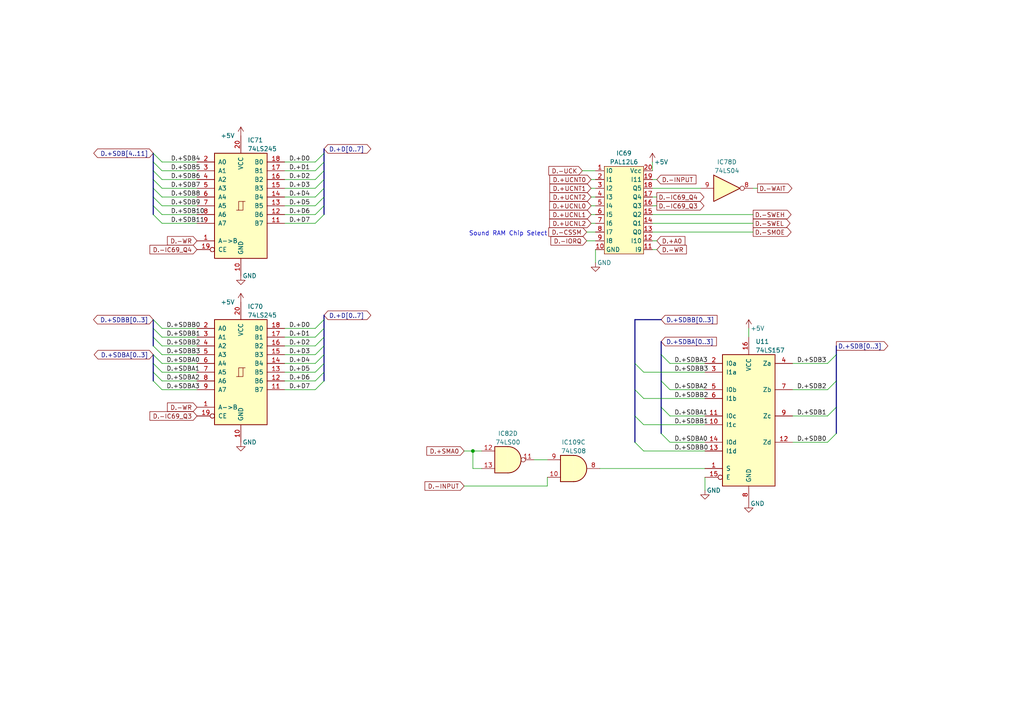
<source format=kicad_sch>
(kicad_sch (version 20230121) (generator eeschema)
  (paper "A4")
  (lib_symbols
    (symbol "74xx:74LS00" (pin_names (offset 1.016))
      (property "Reference" "U" (at 0 1.27 0))
      (property "Value" "74LS00" (at 0 -1.27 0))
      (symbol "74LS00_1_1"
        (arc (start 0 -3.81) (mid 3.7934 0) (end 0 3.81) (stroke (width 0.254)) (fill (type background)))
        (polyline (pts (xy 0 3.81) (xy -3.81 3.81) (xy -3.81 -3.81) (xy 0 -3.81)) (stroke (width 0.254)) (fill (type background)))
        (pin input line (at -7.62 2.54 0) (length 3.81) (name "~") (number "1"))
        (pin input line (at -7.62 -2.54 0) (length 3.81) (name "~") (number "2"))
        (pin output inverted (at 7.62 0 180) (length 3.81) (name "~") (number "3"))
      )
      (symbol "74LS00_1_2"
        (arc (start -3.81 -3.81) (mid -2.589 0) (end -3.81 3.81) (stroke (width 0.254)))
        (arc (start -0.6096 -3.81) (mid 2.1842 -2.5851) (end 3.81 0) (stroke (width 0.254)) (fill (type background)))
        (polyline (pts (xy -3.81 -3.81) (xy -0.635 -3.81)) (stroke (width 0.254)) (fill (type background)))
        (polyline (pts (xy -3.81 3.81) (xy -0.635 3.81)) (stroke (width 0.254)) (fill (type background)))
        (polyline (pts (xy -0.635 3.81) (xy -3.81 3.81) (xy -3.81 3.81) (xy -3.556 3.4036) (xy -3.0226 2.2606) (xy -2.6924 1.0414) (xy -2.6162 -0.254) (xy -2.7686 -1.4986) (xy -3.175 -2.7178) (xy -3.81 -3.81) (xy -3.81 -3.81) (xy -0.635 -3.81)) (stroke (width -25.4)) (fill (type background)))
        (arc (start 3.81 0) (mid 2.1915 2.5936) (end -0.6096 3.81) (stroke (width 0.254)) (fill (type background)))
        (pin input inverted (at -7.62 2.54 0) (length 4.318) (name "~") (number "1"))
        (pin input inverted (at -7.62 -2.54 0) (length 4.318) (name "~") (number "2"))
        (pin output line (at 7.62 0 180) (length 3.81) (name "~") (number "3"))
      )
      (symbol "74LS00_2_1"
        (arc (start 0 -3.81) (mid 3.7934 0) (end 0 3.81) (stroke (width 0.254)) (fill (type background)))
        (polyline (pts (xy 0 3.81) (xy -3.81 3.81) (xy -3.81 -3.81) (xy 0 -3.81)) (stroke (width 0.254)) (fill (type background)))
        (pin input line (at -7.62 2.54 0) (length 3.81) (name "~") (number "4"))
        (pin input line (at -7.62 -2.54 0) (length 3.81) (name "~") (number "5"))
        (pin output inverted (at 7.62 0 180) (length 3.81) (name "~") (number "6"))
      )
      (symbol "74LS00_2_2"
        (arc (start -3.81 -3.81) (mid -2.589 0) (end -3.81 3.81) (stroke (width 0.254)))
        (arc (start -0.6096 -3.81) (mid 2.1842 -2.5851) (end 3.81 0) (stroke (width 0.254)) (fill (type background)))
        (polyline (pts (xy -3.81 -3.81) (xy -0.635 -3.81)) (stroke (width 0.254)) (fill (type background)))
        (polyline (pts (xy -3.81 3.81) (xy -0.635 3.81)) (stroke (width 0.254)) (fill (type background)))
        (polyline (pts (xy -0.635 3.81) (xy -3.81 3.81) (xy -3.81 3.81) (xy -3.556 3.4036) (xy -3.0226 2.2606) (xy -2.6924 1.0414) (xy -2.6162 -0.254) (xy -2.7686 -1.4986) (xy -3.175 -2.7178) (xy -3.81 -3.81) (xy -3.81 -3.81) (xy -0.635 -3.81)) (stroke (width -25.4)) (fill (type background)))
        (arc (start 3.81 0) (mid 2.1915 2.5936) (end -0.6096 3.81) (stroke (width 0.254)) (fill (type background)))
        (pin input inverted (at -7.62 2.54 0) (length 4.318) (name "~") (number "4"))
        (pin input inverted (at -7.62 -2.54 0) (length 4.318) (name "~") (number "5"))
        (pin output line (at 7.62 0 180) (length 3.81) (name "~") (number "6"))
      )
      (symbol "74LS00_3_1"
        (arc (start 0 -3.81) (mid 3.7934 0) (end 0 3.81) (stroke (width 0.254)) (fill (type background)))
        (polyline (pts (xy 0 3.81) (xy -3.81 3.81) (xy -3.81 -3.81) (xy 0 -3.81)) (stroke (width 0.254)) (fill (type background)))
        (pin input line (at -7.62 -2.54 0) (length 3.81) (name "~") (number "10"))
        (pin output inverted (at 7.62 0 180) (length 3.81) (name "~") (number "8"))
        (pin input line (at -7.62 2.54 0) (length 3.81) (name "~") (number "9"))
      )
      (symbol "74LS00_3_2"
        (arc (start -3.81 -3.81) (mid -2.589 0) (end -3.81 3.81) (stroke (width 0.254)))
        (arc (start -0.6096 -3.81) (mid 2.1842 -2.5851) (end 3.81 0) (stroke (width 0.254)) (fill (type background)))
        (polyline (pts (xy -3.81 -3.81) (xy -0.635 -3.81)) (stroke (width 0.254)) (fill (type background)))
        (polyline (pts (xy -3.81 3.81) (xy -0.635 3.81)) (stroke (width 0.254)) (fill (type background)))
        (polyline (pts (xy -0.635 3.81) (xy -3.81 3.81) (xy -3.81 3.81) (xy -3.556 3.4036) (xy -3.0226 2.2606) (xy -2.6924 1.0414) (xy -2.6162 -0.254) (xy -2.7686 -1.4986) (xy -3.175 -2.7178) (xy -3.81 -3.81) (xy -3.81 -3.81) (xy -0.635 -3.81)) (stroke (width -25.4)) (fill (type background)))
        (arc (start 3.81 0) (mid 2.1915 2.5936) (end -0.6096 3.81) (stroke (width 0.254)) (fill (type background)))
        (pin input inverted (at -7.62 -2.54 0) (length 4.318) (name "~") (number "10"))
        (pin output line (at 7.62 0 180) (length 3.81) (name "~") (number "8"))
        (pin input inverted (at -7.62 2.54 0) (length 4.318) (name "~") (number "9"))
      )
      (symbol "74LS00_4_1"
        (arc (start 0 -3.81) (mid 3.7934 0) (end 0 3.81) (stroke (width 0.254)) (fill (type background)))
        (polyline (pts (xy 0 3.81) (xy -3.81 3.81) (xy -3.81 -3.81) (xy 0 -3.81)) (stroke (width 0.254)) (fill (type background)))
        (pin output inverted (at 7.62 0 180) (length 3.81) (name "~") (number "11"))
        (pin input line (at -7.62 2.54 0) (length 3.81) (name "~") (number "12"))
        (pin input line (at -7.62 -2.54 0) (length 3.81) (name "~") (number "13"))
      )
      (symbol "74LS00_4_2"
        (arc (start -3.81 -3.81) (mid -2.589 0) (end -3.81 3.81) (stroke (width 0.254)))
        (arc (start -0.6096 -3.81) (mid 2.1842 -2.5851) (end 3.81 0) (stroke (width 0.254)) (fill (type background)))
        (polyline (pts (xy -3.81 -3.81) (xy -0.635 -3.81)) (stroke (width 0.254)) (fill (type background)))
        (polyline (pts (xy -3.81 3.81) (xy -0.635 3.81)) (stroke (width 0.254)) (fill (type background)))
        (polyline (pts (xy -0.635 3.81) (xy -3.81 3.81) (xy -3.81 3.81) (xy -3.556 3.4036) (xy -3.0226 2.2606) (xy -2.6924 1.0414) (xy -2.6162 -0.254) (xy -2.7686 -1.4986) (xy -3.175 -2.7178) (xy -3.81 -3.81) (xy -3.81 -3.81) (xy -0.635 -3.81)) (stroke (width -25.4)) (fill (type background)))
        (arc (start 3.81 0) (mid 2.1915 2.5936) (end -0.6096 3.81) (stroke (width 0.254)) (fill (type background)))
        (pin output line (at 7.62 0 180) (length 3.81) (name "~") (number "11"))
        (pin input inverted (at -7.62 2.54 0) (length 4.318) (name "~") (number "12"))
        (pin input inverted (at -7.62 -2.54 0) (length 4.318) (name "~") (number "13"))
      )
      (symbol "74LS00_5_0"
        (pin power_in line (at 0 12.7 270) (length 5.08) (name "VCC") (number "14"))
        (pin power_in line (at 0 -12.7 90) (length 5.08) (name "GND") (number "7"))
      )
      (symbol "74LS00_5_1"
        (rectangle (start -5.08 7.62) (end 5.08 -7.62) (stroke (width 0.254)) (fill (type background)))
      )
    )
    (symbol "74xx:74LS04"
      (property "Reference" "U" (at 0 1.27 0))
      (property "Value" "74LS04" (at 0 -1.27 0))
      (symbol "74LS04_1_0"
        (polyline (pts (xy -3.81 3.81) (xy -3.81 -3.81) (xy 3.81 0) (xy -3.81 3.81)) (stroke (width 0.254)) (fill (type background)))
        (pin input line (at -7.62 0 0) (length 3.81) (name "~") (number "1"))
        (pin output inverted (at 7.62 0 180) (length 3.81) (name "~") (number "2"))
      )
      (symbol "74LS04_2_0"
        (polyline (pts (xy -3.81 3.81) (xy -3.81 -3.81) (xy 3.81 0) (xy -3.81 3.81)) (stroke (width 0.254)) (fill (type background)))
        (pin input line (at -7.62 0 0) (length 3.81) (name "~") (number "3"))
        (pin output inverted (at 7.62 0 180) (length 3.81) (name "~") (number "4"))
      )
      (symbol "74LS04_3_0"
        (polyline (pts (xy -3.81 3.81) (xy -3.81 -3.81) (xy 3.81 0) (xy -3.81 3.81)) (stroke (width 0.254)) (fill (type background)))
        (pin input line (at -7.62 0 0) (length 3.81) (name "~") (number "5"))
        (pin output inverted (at 7.62 0 180) (length 3.81) (name "~") (number "6"))
      )
      (symbol "74LS04_4_0"
        (polyline (pts (xy -3.81 3.81) (xy -3.81 -3.81) (xy 3.81 0) (xy -3.81 3.81)) (stroke (width 0.254)) (fill (type background)))
        (pin output inverted (at 7.62 0 180) (length 3.81) (name "~") (number "8"))
        (pin input line (at -7.62 0 0) (length 3.81) (name "~") (number "9"))
      )
      (symbol "74LS04_5_0"
        (polyline (pts (xy -3.81 3.81) (xy -3.81 -3.81) (xy 3.81 0) (xy -3.81 3.81)) (stroke (width 0.254)) (fill (type background)))
        (pin output inverted (at 7.62 0 180) (length 3.81) (name "~") (number "10"))
        (pin input line (at -7.62 0 0) (length 3.81) (name "~") (number "11"))
      )
      (symbol "74LS04_6_0"
        (polyline (pts (xy -3.81 3.81) (xy -3.81 -3.81) (xy 3.81 0) (xy -3.81 3.81)) (stroke (width 0.254)) (fill (type background)))
        (pin output inverted (at 7.62 0 180) (length 3.81) (name "~") (number "12"))
        (pin input line (at -7.62 0 0) (length 3.81) (name "~") (number "13"))
      )
      (symbol "74LS04_7_0"
        (pin power_in line (at 0 12.7 270) (length 5.08) (name "VCC") (number "14"))
        (pin power_in line (at 0 -12.7 90) (length 5.08) (name "GND") (number "7"))
      )
      (symbol "74LS04_7_1"
        (rectangle (start -5.08 7.62) (end 5.08 -7.62) (stroke (width 0.254)) (fill (type background)))
      )
    )
    (symbol "74xx:74LS08" (pin_names (offset 1.016))
      (property "Reference" "U" (at 0 1.27 0))
      (property "Value" "74LS08" (at 0 -1.27 0))
      (symbol "74LS08_1_1"
        (arc (start 0 -3.81) (mid 3.7934 0) (end 0 3.81) (stroke (width 0.254)) (fill (type background)))
        (polyline (pts (xy 0 3.81) (xy -3.81 3.81) (xy -3.81 -3.81) (xy 0 -3.81)) (stroke (width 0.254)) (fill (type background)))
        (pin input line (at -7.62 2.54 0) (length 3.81) (name "~") (number "1"))
        (pin input line (at -7.62 -2.54 0) (length 3.81) (name "~") (number "2"))
        (pin output line (at 7.62 0 180) (length 3.81) (name "~") (number "3"))
      )
      (symbol "74LS08_1_2"
        (arc (start -3.81 -3.81) (mid -2.589 0) (end -3.81 3.81) (stroke (width 0.254)))
        (arc (start -0.6096 -3.81) (mid 2.1842 -2.5851) (end 3.81 0) (stroke (width 0.254)) (fill (type background)))
        (polyline (pts (xy -3.81 -3.81) (xy -0.635 -3.81)) (stroke (width 0.254)) (fill (type background)))
        (polyline (pts (xy -3.81 3.81) (xy -0.635 3.81)) (stroke (width 0.254)) (fill (type background)))
        (polyline (pts (xy -0.635 3.81) (xy -3.81 3.81) (xy -3.81 3.81) (xy -3.556 3.4036) (xy -3.0226 2.2606) (xy -2.6924 1.0414) (xy -2.6162 -0.254) (xy -2.7686 -1.4986) (xy -3.175 -2.7178) (xy -3.81 -3.81) (xy -3.81 -3.81) (xy -0.635 -3.81)) (stroke (width -25.4)) (fill (type background)))
        (arc (start 3.81 0) (mid 2.1915 2.5936) (end -0.6096 3.81) (stroke (width 0.254)) (fill (type background)))
        (pin input inverted (at -7.62 2.54 0) (length 4.318) (name "~") (number "1"))
        (pin input inverted (at -7.62 -2.54 0) (length 4.318) (name "~") (number "2"))
        (pin output inverted (at 7.62 0 180) (length 3.81) (name "~") (number "3"))
      )
      (symbol "74LS08_2_1"
        (arc (start 0 -3.81) (mid 3.7934 0) (end 0 3.81) (stroke (width 0.254)) (fill (type background)))
        (polyline (pts (xy 0 3.81) (xy -3.81 3.81) (xy -3.81 -3.81) (xy 0 -3.81)) (stroke (width 0.254)) (fill (type background)))
        (pin input line (at -7.62 2.54 0) (length 3.81) (name "~") (number "4"))
        (pin input line (at -7.62 -2.54 0) (length 3.81) (name "~") (number "5"))
        (pin output line (at 7.62 0 180) (length 3.81) (name "~") (number "6"))
      )
      (symbol "74LS08_2_2"
        (arc (start -3.81 -3.81) (mid -2.589 0) (end -3.81 3.81) (stroke (width 0.254)))
        (arc (start -0.6096 -3.81) (mid 2.1842 -2.5851) (end 3.81 0) (stroke (width 0.254)) (fill (type background)))
        (polyline (pts (xy -3.81 -3.81) (xy -0.635 -3.81)) (stroke (width 0.254)) (fill (type background)))
        (polyline (pts (xy -3.81 3.81) (xy -0.635 3.81)) (stroke (width 0.254)) (fill (type background)))
        (polyline (pts (xy -0.635 3.81) (xy -3.81 3.81) (xy -3.81 3.81) (xy -3.556 3.4036) (xy -3.0226 2.2606) (xy -2.6924 1.0414) (xy -2.6162 -0.254) (xy -2.7686 -1.4986) (xy -3.175 -2.7178) (xy -3.81 -3.81) (xy -3.81 -3.81) (xy -0.635 -3.81)) (stroke (width -25.4)) (fill (type background)))
        (arc (start 3.81 0) (mid 2.1915 2.5936) (end -0.6096 3.81) (stroke (width 0.254)) (fill (type background)))
        (pin input inverted (at -7.62 2.54 0) (length 4.318) (name "~") (number "4"))
        (pin input inverted (at -7.62 -2.54 0) (length 4.318) (name "~") (number "5"))
        (pin output inverted (at 7.62 0 180) (length 3.81) (name "~") (number "6"))
      )
      (symbol "74LS08_3_1"
        (arc (start 0 -3.81) (mid 3.7934 0) (end 0 3.81) (stroke (width 0.254)) (fill (type background)))
        (polyline (pts (xy 0 3.81) (xy -3.81 3.81) (xy -3.81 -3.81) (xy 0 -3.81)) (stroke (width 0.254)) (fill (type background)))
        (pin input line (at -7.62 -2.54 0) (length 3.81) (name "~") (number "10"))
        (pin output line (at 7.62 0 180) (length 3.81) (name "~") (number "8"))
        (pin input line (at -7.62 2.54 0) (length 3.81) (name "~") (number "9"))
      )
      (symbol "74LS08_3_2"
        (arc (start -3.81 -3.81) (mid -2.589 0) (end -3.81 3.81) (stroke (width 0.254)))
        (arc (start -0.6096 -3.81) (mid 2.1842 -2.5851) (end 3.81 0) (stroke (width 0.254)) (fill (type background)))
        (polyline (pts (xy -3.81 -3.81) (xy -0.635 -3.81)) (stroke (width 0.254)) (fill (type background)))
        (polyline (pts (xy -3.81 3.81) (xy -0.635 3.81)) (stroke (width 0.254)) (fill (type background)))
        (polyline (pts (xy -0.635 3.81) (xy -3.81 3.81) (xy -3.81 3.81) (xy -3.556 3.4036) (xy -3.0226 2.2606) (xy -2.6924 1.0414) (xy -2.6162 -0.254) (xy -2.7686 -1.4986) (xy -3.175 -2.7178) (xy -3.81 -3.81) (xy -3.81 -3.81) (xy -0.635 -3.81)) (stroke (width -25.4)) (fill (type background)))
        (arc (start 3.81 0) (mid 2.1915 2.5936) (end -0.6096 3.81) (stroke (width 0.254)) (fill (type background)))
        (pin input inverted (at -7.62 -2.54 0) (length 4.318) (name "~") (number "10"))
        (pin output inverted (at 7.62 0 180) (length 3.81) (name "~") (number "8"))
        (pin input inverted (at -7.62 2.54 0) (length 4.318) (name "~") (number "9"))
      )
      (symbol "74LS08_4_1"
        (arc (start 0 -3.81) (mid 3.7934 0) (end 0 3.81) (stroke (width 0.254)) (fill (type background)))
        (polyline (pts (xy 0 3.81) (xy -3.81 3.81) (xy -3.81 -3.81) (xy 0 -3.81)) (stroke (width 0.254)) (fill (type background)))
        (pin output line (at 7.62 0 180) (length 3.81) (name "~") (number "11"))
        (pin input line (at -7.62 2.54 0) (length 3.81) (name "~") (number "12"))
        (pin input line (at -7.62 -2.54 0) (length 3.81) (name "~") (number "13"))
      )
      (symbol "74LS08_4_2"
        (arc (start -3.81 -3.81) (mid -2.589 0) (end -3.81 3.81) (stroke (width 0.254)))
        (arc (start -0.6096 -3.81) (mid 2.1842 -2.5851) (end 3.81 0) (stroke (width 0.254)) (fill (type background)))
        (polyline (pts (xy -3.81 -3.81) (xy -0.635 -3.81)) (stroke (width 0.254)) (fill (type background)))
        (polyline (pts (xy -3.81 3.81) (xy -0.635 3.81)) (stroke (width 0.254)) (fill (type background)))
        (polyline (pts (xy -0.635 3.81) (xy -3.81 3.81) (xy -3.81 3.81) (xy -3.556 3.4036) (xy -3.0226 2.2606) (xy -2.6924 1.0414) (xy -2.6162 -0.254) (xy -2.7686 -1.4986) (xy -3.175 -2.7178) (xy -3.81 -3.81) (xy -3.81 -3.81) (xy -0.635 -3.81)) (stroke (width -25.4)) (fill (type background)))
        (arc (start 3.81 0) (mid 2.1915 2.5936) (end -0.6096 3.81) (stroke (width 0.254)) (fill (type background)))
        (pin output inverted (at 7.62 0 180) (length 3.81) (name "~") (number "11"))
        (pin input inverted (at -7.62 2.54 0) (length 4.318) (name "~") (number "12"))
        (pin input inverted (at -7.62 -2.54 0) (length 4.318) (name "~") (number "13"))
      )
      (symbol "74LS08_5_0"
        (pin power_in line (at 0 12.7 270) (length 5.08) (name "VCC") (number "14"))
        (pin power_in line (at 0 -12.7 90) (length 5.08) (name "GND") (number "7"))
      )
      (symbol "74LS08_5_1"
        (rectangle (start -5.08 7.62) (end 5.08 -7.62) (stroke (width 0.254)) (fill (type background)))
      )
    )
    (symbol "74xx:74LS157" (pin_names (offset 1.016))
      (property "Reference" "U" (at -7.62 19.05 0))
      (property "Value" "74LS157" (at -7.62 -21.59 0))
      (symbol "74LS157_1_0"
        (pin input line (at -12.7 -15.24 0) (length 5.08) (name "S") (number "1"))
        (pin input line (at -12.7 -2.54 0) (length 5.08) (name "I1c") (number "10"))
        (pin input line (at -12.7 0 0) (length 5.08) (name "I0c") (number "11"))
        (pin output line (at 12.7 -7.62 180) (length 5.08) (name "Zd") (number "12"))
        (pin input line (at -12.7 -10.16 0) (length 5.08) (name "I1d") (number "13"))
        (pin input line (at -12.7 -7.62 0) (length 5.08) (name "I0d") (number "14"))
        (pin input inverted (at -12.7 -17.78 0) (length 5.08) (name "E") (number "15"))
        (pin power_in line (at 0 22.86 270) (length 5.08) (name "VCC") (number "16"))
        (pin input line (at -12.7 15.24 0) (length 5.08) (name "I0a") (number "2"))
        (pin input line (at -12.7 12.7 0) (length 5.08) (name "I1a") (number "3"))
        (pin output line (at 12.7 15.24 180) (length 5.08) (name "Za") (number "4"))
        (pin input line (at -12.7 7.62 0) (length 5.08) (name "I0b") (number "5"))
        (pin input line (at -12.7 5.08 0) (length 5.08) (name "I1b") (number "6"))
        (pin output line (at 12.7 7.62 180) (length 5.08) (name "Zb") (number "7"))
        (pin power_in line (at 0 -25.4 90) (length 5.08) (name "GND") (number "8"))
        (pin output line (at 12.7 0 180) (length 5.08) (name "Zc") (number "9"))
      )
      (symbol "74LS157_1_1"
        (rectangle (start -7.62 17.78) (end 7.62 -20.32) (stroke (width 0.254)) (fill (type background)))
      )
    )
    (symbol "74xx:74LS245" (pin_names (offset 1.016))
      (property "Reference" "U" (at -7.62 16.51 0))
      (property "Value" "74LS245" (at -7.62 -16.51 0))
      (symbol "74LS245_1_0"
        (polyline (pts (xy -0.635 -1.27) (xy -0.635 1.27) (xy 0.635 1.27)))
        (polyline (pts (xy -1.27 -1.27) (xy 0.635 -1.27) (xy 0.635 1.27) (xy 1.27 1.27)))
        (pin input line (at -12.7 -10.16 0) (length 5.08) (name "A->B") (number "1"))
        (pin power_in line (at 0 -20.32 90) (length 5.08) (name "GND") (number "10"))
        (pin tri_state line (at 12.7 -5.08 180) (length 5.08) (name "B7") (number "11"))
        (pin tri_state line (at 12.7 -2.54 180) (length 5.08) (name "B6") (number "12"))
        (pin tri_state line (at 12.7 0 180) (length 5.08) (name "B5") (number "13"))
        (pin tri_state line (at 12.7 2.54 180) (length 5.08) (name "B4") (number "14"))
        (pin tri_state line (at 12.7 5.08 180) (length 5.08) (name "B3") (number "15"))
        (pin tri_state line (at 12.7 7.62 180) (length 5.08) (name "B2") (number "16"))
        (pin tri_state line (at 12.7 10.16 180) (length 5.08) (name "B1") (number "17"))
        (pin tri_state line (at 12.7 12.7 180) (length 5.08) (name "B0") (number "18"))
        (pin input inverted (at -12.7 -12.7 0) (length 5.08) (name "CE") (number "19"))
        (pin tri_state line (at -12.7 12.7 0) (length 5.08) (name "A0") (number "2"))
        (pin power_in line (at 0 20.32 270) (length 5.08) (name "VCC") (number "20"))
        (pin tri_state line (at -12.7 10.16 0) (length 5.08) (name "A1") (number "3"))
        (pin tri_state line (at -12.7 7.62 0) (length 5.08) (name "A2") (number "4"))
        (pin tri_state line (at -12.7 5.08 0) (length 5.08) (name "A3") (number "5"))
        (pin tri_state line (at -12.7 2.54 0) (length 5.08) (name "A4") (number "6"))
        (pin tri_state line (at -12.7 0 0) (length 5.08) (name "A5") (number "7"))
        (pin tri_state line (at -12.7 -2.54 0) (length 5.08) (name "A6") (number "8"))
        (pin tri_state line (at -12.7 -5.08 0) (length 5.08) (name "A7") (number "9"))
      )
      (symbol "74LS245_1_1"
        (rectangle (start -7.62 15.24) (end 7.62 -15.24) (stroke (width 0.254)) (fill (type background)))
      )
    )
    (symbol "SamacSys_Parts:PAL12L6"
      (property "Reference" "U" (at -3.81 3.81 0))
      (property "Value" "PAL12L6" (at 0 1.27 0))
      (symbol "PAL12L6_1_1"
        (rectangle (start -5.08 -1.27) (end 6.35 -26.67) (fill (type background)))
        (pin input line (at -7.62 -2.54 0) (length 2.54) (name "I0") (number "1"))
        (pin power_in line (at -7.62 -25.4 0) (length 2.54) (name "GND") (number "10"))
        (pin input line (at 8.89 -25.4 180) (length 2.54) (name "I9") (number "11"))
        (pin input line (at 8.89 -22.86 180) (length 2.54) (name "I10") (number "12"))
        (pin output line (at 8.89 -20.32 180) (length 2.54) (name "Q0") (number "13"))
        (pin output line (at 8.89 -17.78 180) (length 2.54) (name "Q1") (number "14"))
        (pin output line (at 8.89 -15.24 180) (length 2.54) (name "Q2") (number "15"))
        (pin output line (at 8.89 -12.7 180) (length 2.54) (name "Q3") (number "16"))
        (pin output line (at 8.89 -10.16 180) (length 2.54) (name "Q4") (number "17"))
        (pin output line (at 8.89 -7.62 180) (length 2.54) (name "Q5") (number "18"))
        (pin input line (at 8.89 -5.08 180) (length 2.54) (name "I11") (number "19"))
        (pin input line (at -7.62 -5.08 0) (length 2.54) (name "I1") (number "2"))
        (pin power_in line (at 8.89 -2.54 180) (length 2.54) (name "Vcc") (number "20"))
        (pin input line (at -7.62 -7.62 0) (length 2.54) (name "I2") (number "3"))
        (pin input line (at -7.62 -10.16 0) (length 2.54) (name "I3") (number "4"))
        (pin input line (at -7.62 -12.7 0) (length 2.54) (name "I4") (number "5"))
        (pin input line (at -7.62 -15.24 0) (length 2.54) (name "I5") (number "6"))
        (pin input line (at -7.62 -17.78 0) (length 2.54) (name "I6") (number "7"))
        (pin input line (at -7.62 -20.32 0) (length 2.54) (name "I7") (number "8"))
        (pin input line (at -7.62 -22.86 0) (length 2.54) (name "I8") (number "9"))
      )
    )
    (symbol "power:+5V" (power) (pin_names (offset 0))
      (property "Value" "+5V" (at 0 3.556 0))
      (symbol "+5V_0_1"
        (polyline (pts (xy -0.762 1.27) (xy 0 2.54)))
        (polyline (pts (xy 0 0) (xy 0 2.54)))
        (polyline (pts (xy 0 2.54) (xy 0.762 1.27)))
      )
      (symbol "+5V_1_1"
        (pin power_in line (at 0 0 90) (length 0) hide (name "+5V") (number "1"))
      )
    )
    (symbol "power:GND" (power) (pin_names (offset 0))
      (property "Value" "GND" (at 0 -3.81 0))
      (symbol "GND_0_1"
        (polyline (pts (xy 0 0) (xy 0 -1.27) (xy 1.27 -1.27) (xy 0 -2.54) (xy -1.27 -1.27) (xy 0 -1.27)))
      )
      (symbol "GND_1_1"
        (pin power_in line (at 0 0 270) (length 0) hide (name "GND") (number "1"))
      )
    )
  )
  (junction (at 137.16 130.81))
  (bus_entry (at 91.44 59.69) (size 2.54 -2.54))
  (bus_entry (at 91.44 62.23) (size 2.54 -2.54))
  (bus_entry (at 91.44 54.61) (size 2.54 -2.54))
  (bus_entry (at 44.45 62.23) (size 2.54 2.54))
  (bus_entry (at 191.77 125.73) (size 2.54 2.54))
  (bus_entry (at 44.45 57.15) (size 2.54 2.54))
  (bus_entry (at 240.03 113.03) (size 2.54 -2.54))
  (bus_entry (at 44.45 44.45) (size 2.54 2.54))
  (bus_entry (at 44.45 52.07) (size 2.54 2.54))
  (bus_entry (at 91.44 49.53) (size 2.54 -2.54))
  (bus_entry (at 91.44 105.41) (size 2.54 -2.54))
  (bus_entry (at 44.45 92.71) (size 2.54 2.54))
  (bus_entry (at 184.15 120.65) (size 2.54 2.54))
  (bus_entry (at 91.44 110.49) (size 2.54 -2.54))
  (bus_entry (at 91.44 107.95) (size 2.54 -2.54))
  (bus_entry (at 91.44 113.03) (size 2.54 -2.54))
  (bus_entry (at 91.44 52.07) (size 2.54 -2.54))
  (bus_entry (at 44.45 95.25) (size 2.54 2.54))
  (bus_entry (at 44.45 107.95) (size 2.54 2.54))
  (bus_entry (at 91.44 100.33) (size 2.54 -2.54))
  (bus_entry (at 44.45 110.49) (size 2.54 2.54))
  (bus_entry (at 191.77 110.49) (size 2.54 2.54))
  (bus_entry (at 184.15 113.03) (size 2.54 2.54))
  (bus_entry (at 184.15 105.41) (size 2.54 2.54))
  (bus_entry (at 240.03 128.27) (size 2.54 -2.54))
  (bus_entry (at 91.44 102.87) (size 2.54 -2.54))
  (bus_entry (at 44.45 46.99) (size 2.54 2.54))
  (bus_entry (at 191.77 118.11) (size 2.54 2.54))
  (bus_entry (at 44.45 49.53) (size 2.54 2.54))
  (bus_entry (at 44.45 97.79) (size 2.54 2.54))
  (bus_entry (at 91.44 95.25) (size 2.54 -2.54))
  (bus_entry (at 91.44 57.15) (size 2.54 -2.54))
  (bus_entry (at 191.77 102.87) (size 2.54 2.54))
  (bus_entry (at 240.03 105.41) (size 2.54 -2.54))
  (bus_entry (at 44.45 105.41) (size 2.54 2.54))
  (bus_entry (at 44.45 102.87) (size 2.54 2.54))
  (bus_entry (at 91.44 97.79) (size 2.54 -2.54))
  (bus_entry (at 44.45 100.33) (size 2.54 2.54))
  (bus_entry (at 91.44 64.77) (size 2.54 -2.54))
  (bus_entry (at 44.45 59.69) (size 2.54 2.54))
  (bus_entry (at 240.03 120.65) (size 2.54 -2.54))
  (bus_entry (at 184.15 128.27) (size 2.54 2.54))
  (bus_entry (at 91.44 46.99) (size 2.54 -2.54))
  (bus_entry (at 44.45 54.61) (size 2.54 2.54))
  (bus (pts (xy 44.45 95.25) (xy 44.45 97.79)))
  (wire (pts (xy 194.31 120.65) (xy 204.47 120.65)))
  (bus (pts (xy 191.77 110.49) (xy 191.77 118.11)))
  (wire (pts (xy 218.44 54.61) (xy 219.71 54.61)))
  (wire (pts (xy 82.55 95.25) (xy 91.44 95.25)))
  (bus (pts (xy 184.15 92.71) (xy 184.15 105.41)))
  (wire (pts (xy 218.44 67.31) (xy 189.23 67.31)))
  (bus (pts (xy 44.45 92.71) (xy 44.45 95.25)))
  (bus (pts (xy 93.98 59.69) (xy 93.98 62.23)))
  (wire (pts (xy 154.94 133.35) (xy 158.75 133.35)))
  (wire (pts (xy 82.55 62.23) (xy 91.44 62.23)))
  (bus (pts (xy 44.45 97.79) (xy 44.45 100.33)))
  (wire (pts (xy 190.5 72.39) (xy 189.23 72.39)))
  (wire (pts (xy 137.16 135.89) (xy 137.16 130.81)))
  (bus (pts (xy 93.98 92.71) (xy 93.98 95.25)))
  (wire (pts (xy 82.55 102.87) (xy 91.44 102.87)))
  (bus (pts (xy 44.45 59.69) (xy 44.45 62.23)))
  (wire (pts (xy 82.55 107.95) (xy 91.44 107.95)))
  (bus (pts (xy 44.45 105.41) (xy 44.45 107.95)))
  (wire (pts (xy 168.91 49.53) (xy 172.72 49.53)))
  (bus (pts (xy 93.98 54.61) (xy 93.98 57.15)))
  (wire (pts (xy 172.72 76.2) (xy 172.72 72.39)))
  (wire (pts (xy 194.31 105.41) (xy 204.47 105.41)))
  (wire (pts (xy 229.87 105.41) (xy 240.03 105.41)))
  (wire (pts (xy 171.45 64.77) (xy 172.72 64.77)))
  (bus (pts (xy 242.57 100.33) (xy 242.57 102.87)))
  (wire (pts (xy 82.55 97.79) (xy 91.44 97.79)))
  (wire (pts (xy 190.5 57.15) (xy 189.23 57.15)))
  (wire (pts (xy 82.55 110.49) (xy 91.44 110.49)))
  (bus (pts (xy 93.98 91.44) (xy 93.98 92.71)))
  (bus (pts (xy 44.45 49.53) (xy 44.45 52.07)))
  (wire (pts (xy 139.7 135.89) (xy 137.16 135.89)))
  (wire (pts (xy 204.47 142.24) (xy 204.47 138.43)))
  (bus (pts (xy 93.98 107.95) (xy 93.98 110.49)))
  (bus (pts (xy 93.98 100.33) (xy 93.98 102.87)))
  (bus (pts (xy 44.45 52.07) (xy 44.45 54.61)))
  (bus (pts (xy 93.98 102.87) (xy 93.98 105.41)))
  (wire (pts (xy 171.45 57.15) (xy 172.72 57.15)))
  (wire (pts (xy 46.99 59.69) (xy 57.15 59.69)))
  (wire (pts (xy 46.99 49.53) (xy 57.15 49.53)))
  (wire (pts (xy 82.55 59.69) (xy 91.44 59.69)))
  (wire (pts (xy 171.45 62.23) (xy 172.72 62.23)))
  (wire (pts (xy 82.55 46.99) (xy 91.44 46.99)))
  (wire (pts (xy 186.69 107.95) (xy 204.47 107.95)))
  (wire (pts (xy 82.55 57.15) (xy 91.44 57.15)))
  (wire (pts (xy 171.45 54.61) (xy 172.72 54.61)))
  (bus (pts (xy 242.57 102.87) (xy 242.57 110.49)))
  (wire (pts (xy 82.55 100.33) (xy 91.44 100.33)))
  (bus (pts (xy 93.98 49.53) (xy 93.98 52.07)))
  (bus (pts (xy 93.98 97.79) (xy 93.98 100.33)))
  (wire (pts (xy 171.45 59.69) (xy 172.72 59.69)))
  (bus (pts (xy 44.45 102.87) (xy 44.45 105.41)))
  (wire (pts (xy 137.16 130.81) (xy 139.7 130.81)))
  (bus (pts (xy 93.98 46.99) (xy 93.98 49.53)))
  (wire (pts (xy 158.75 140.97) (xy 158.75 138.43)))
  (bus (pts (xy 191.77 118.11) (xy 191.77 125.73)))
  (bus (pts (xy 93.98 43.18) (xy 93.98 44.45)))
  (bus (pts (xy 93.98 95.25) (xy 93.98 97.79)))
  (wire (pts (xy 171.45 52.07) (xy 172.72 52.07)))
  (bus (pts (xy 44.45 44.45) (xy 44.45 46.99)))
  (bus (pts (xy 44.45 107.95) (xy 44.45 110.49)))
  (bus (pts (xy 242.57 118.11) (xy 242.57 125.73)))
  (wire (pts (xy 229.87 128.27) (xy 240.03 128.27)))
  (wire (pts (xy 218.44 62.23) (xy 189.23 62.23)))
  (wire (pts (xy 46.99 105.41) (xy 57.15 105.41)))
  (wire (pts (xy 203.2 54.61) (xy 189.23 54.61)))
  (wire (pts (xy 186.69 130.81) (xy 204.47 130.81)))
  (wire (pts (xy 186.69 123.19) (xy 204.47 123.19)))
  (bus (pts (xy 184.15 120.65) (xy 184.15 128.27)))
  (bus (pts (xy 93.98 52.07) (xy 93.98 54.61)))
  (bus (pts (xy 44.45 57.15) (xy 44.45 59.69)))
  (wire (pts (xy 218.44 64.77) (xy 189.23 64.77)))
  (wire (pts (xy 82.55 64.77) (xy 91.44 64.77)))
  (wire (pts (xy 46.99 113.03) (xy 57.15 113.03)))
  (wire (pts (xy 46.99 62.23) (xy 57.15 62.23)))
  (wire (pts (xy 170.18 67.31) (xy 172.72 67.31)))
  (wire (pts (xy 82.55 52.07) (xy 91.44 52.07)))
  (wire (pts (xy 82.55 105.41) (xy 91.44 105.41)))
  (wire (pts (xy 173.99 135.89) (xy 204.47 135.89)))
  (wire (pts (xy 170.18 69.85) (xy 172.72 69.85)))
  (bus (pts (xy 93.98 44.45) (xy 93.98 46.99)))
  (wire (pts (xy 46.99 97.79) (xy 57.15 97.79)))
  (wire (pts (xy 194.31 113.03) (xy 204.47 113.03)))
  (wire (pts (xy 190.5 52.07) (xy 189.23 52.07)))
  (wire (pts (xy 46.99 107.95) (xy 57.15 107.95)))
  (wire (pts (xy 82.55 49.53) (xy 91.44 49.53)))
  (wire (pts (xy 229.87 113.03) (xy 240.03 113.03)))
  (wire (pts (xy 190.5 69.85) (xy 189.23 69.85)))
  (wire (pts (xy 194.31 128.27) (xy 204.47 128.27)))
  (bus (pts (xy 242.57 110.49) (xy 242.57 118.11)))
  (wire (pts (xy 134.62 140.97) (xy 158.75 140.97)))
  (wire (pts (xy 46.99 100.33) (xy 57.15 100.33)))
  (bus (pts (xy 44.45 54.61) (xy 44.45 57.15)))
  (bus (pts (xy 191.77 92.71) (xy 184.15 92.71)))
  (bus (pts (xy 184.15 105.41) (xy 184.15 113.03)))
  (wire (pts (xy 46.99 95.25) (xy 57.15 95.25)))
  (wire (pts (xy 46.99 57.15) (xy 57.15 57.15)))
  (wire (pts (xy 46.99 110.49) (xy 57.15 110.49)))
  (wire (pts (xy 229.87 120.65) (xy 240.03 120.65)))
  (bus (pts (xy 184.15 113.03) (xy 184.15 120.65)))
  (wire (pts (xy 82.55 54.61) (xy 91.44 54.61)))
  (bus (pts (xy 44.45 46.99) (xy 44.45 49.53)))
  (wire (pts (xy 46.99 54.61) (xy 57.15 54.61)))
  (bus (pts (xy 191.77 102.87) (xy 191.77 110.49)))
  (wire (pts (xy 46.99 102.87) (xy 57.15 102.87)))
  (bus (pts (xy 93.98 105.41) (xy 93.98 107.95)))
  (bus (pts (xy 93.98 57.15) (xy 93.98 59.69)))
  (wire (pts (xy 190.5 59.69) (xy 189.23 59.69)))
  (wire (pts (xy 134.62 130.81) (xy 137.16 130.81)))
  (wire (pts (xy 82.55 113.03) (xy 91.44 113.03)))
  (wire (pts (xy 189.23 46.99) (xy 189.23 49.53)))
  (wire (pts (xy 217.17 95.25) (xy 217.17 97.79)))
  (wire (pts (xy 186.69 115.57) (xy 204.47 115.57)))
  (wire (pts (xy 46.99 52.07) (xy 57.15 52.07)))
  (wire (pts (xy 46.99 46.99) (xy 57.15 46.99)))
  (bus (pts (xy 191.77 99.06) (xy 191.77 102.87)))
  (wire (pts (xy 46.99 64.77) (xy 57.15 64.77)))
  (text "Sound RAM Chip Select" (at 158.75 68.58 0) (effects (font (size 1.27 1.27)) (justify right bottom)))
  (label "D.+SDBA0" (at 195.58 128.27 0))
  (label "D.+SDBA0" (at 48.26 105.41 0))
  (label "D.+D2" (at 83.82 52.07 0))
  (label "D.+SDBB2" (at 48.26 100.33 0))
  (label "D.+SDB7" (at 49.53 54.61 0))
  (label "D.+SDBB1" (at 48.26 97.79 0))
  (label "D.+D5" (at 83.82 107.95 0))
  (label "D.+D7" (at 83.82 113.03 0))
  (label "D.+SDBA3" (at 48.26 113.03 0))
  (label "D.+D1" (at 83.82 97.79 0))
  (label "D.+SDBB3" (at 195.58 107.95 0))
  (label "D.+D2" (at 83.82 100.33 0))
  (label "D.+SDB11" (at 49.53 64.77 0))
  (label "D.+D4" (at 83.82 105.41 0))
  (label "D.+SDB4" (at 49.53 46.99 0))
  (label "D.+SDB9" (at 49.53 59.69 0))
  (label "D.+SDB2" (at 231.14 113.03 0))
  (label "D.+SDB1" (at 231.14 120.65 0))
  (label "D.+D4" (at 83.82 57.15 0))
  (label "D.+SDB0" (at 231.14 128.27 0))
  (label "D.+SDB8" (at 49.53 57.15 0))
  (label "D.+D6" (at 83.82 62.23 0))
  (label "D.+SDB10" (at 49.53 62.23 0))
  (label "D.+D0" (at 83.82 95.25 0))
  (label "D.+D3" (at 83.82 54.61 0))
  (label "D.+SDB3" (at 231.14 105.41 0))
  (label "D.+D6" (at 83.82 110.49 0))
  (label "D.+D7" (at 83.82 64.77 0))
  (label "D.+SDBB0" (at 48.26 95.25 0))
  (label "D.+D5" (at 83.82 59.69 0))
  (label "D.+SDBA2" (at 48.26 110.49 0))
  (label "D.+SDBA2" (at 195.58 113.03 0))
  (label "D.+SDBA3" (at 195.58 105.41 0))
  (label "D.+D0" (at 83.82 46.99 0))
  (label "D.+D3" (at 83.82 102.87 0))
  (label "D.+SDBB2" (at 195.58 115.57 0))
  (label "D.+SDBA1" (at 195.58 120.65 0))
  (label "D.+SDBA1" (at 48.26 107.95 0))
  (label "D.+SDBB1" (at 195.58 123.19 0))
  (label "D.+D1" (at 83.82 49.53 0))
  (label "D.+SDB5" (at 49.53 49.53 0))
  (label "D.+SDBB0" (at 195.58 130.81 0))
  (label "D.+SDBB3" (at 48.26 102.87 0))
  (label "D.+SDB6" (at 49.53 52.07 0))
  (global_label "D.+UCNL2" (shape input) (at 171.45 64.77 180) (property "Intersheetrefs" "${INTERSHEET_REFS}" (effects hide)))
  (global_label "D.-WR" (shape input) (at 57.15 118.11 180) (property "Intersheetrefs" "${INTERSHEET_REFS}" (effects hide)))
  (global_label "D.+UCNT0" (shape input) (at 171.45 52.07 180) (property "Intersheetrefs" "${INTERSHEET_REFS}" (effects hide)))
  (global_label "D.-IC69_Q3" (shape output) (at 190.5 59.69 0) (property "Intersheetrefs" "${INTERSHEET_REFS}" (effects hide)))
  (global_label "D.-IORQ" (shape input) (at 170.18 69.85 180) (property "Intersheetrefs" "${INTERSHEET_REFS}" (effects hide)))
  (global_label "D.-IC69_Q4" (shape output) (at 190.5 57.15 0) (property "Intersheetrefs" "${INTERSHEET_REFS}" (effects hide)))
  (global_label "D.+SDBA[0..3]" (shape tri_state) (at 44.45 102.87 180) (property "Intersheetrefs" "${INTERSHEET_REFS}" (effects hide)))
  (global_label "D.-SWEH" (shape output) (at 218.44 62.23 0) (property "Intersheetrefs" "${INTERSHEET_REFS}" (effects hide)))
  (global_label "D.+SDBB[0..3]" (shape tri_state) (at 44.45 92.71 180) (property "Intersheetrefs" "${INTERSHEET_REFS}" (effects hide)))
  (global_label "D.-WR" (shape input) (at 57.15 69.85 180) (property "Intersheetrefs" "${INTERSHEET_REFS}" (effects hide)))
  (global_label "D.+D[0..7]" (shape tri_state) (at 93.98 91.44 0) (property "Intersheetrefs" "${INTERSHEET_REFS}" (effects hide)))
  (global_label "D.+SDBA[0..3]" (shape input) (at 191.77 99.06 0) (property "Intersheetrefs" "${INTERSHEET_REFS}" (effects hide)))
  (global_label "D.-INPUT" (shape input) (at 134.62 140.97 180) (property "Intersheetrefs" "${INTERSHEET_REFS}" (effects hide)))
  (global_label "D.+UCNL1" (shape input) (at 171.45 62.23 180) (property "Intersheetrefs" "${INTERSHEET_REFS}" (effects hide)))
  (global_label "D.-CSSM" (shape input) (at 170.18 67.31 180) (property "Intersheetrefs" "${INTERSHEET_REFS}" (effects hide)))
  (global_label "D.-INPUT" (shape input) (at 190.5 52.07 0) (property "Intersheetrefs" "${INTERSHEET_REFS}" (effects hide)))
  (global_label "D.+A0" (shape input) (at 190.5 69.85 0) (property "Intersheetrefs" "${INTERSHEET_REFS}" (effects hide)))
  (global_label "D.+UCNT2" (shape input) (at 171.45 57.15 180) (property "Intersheetrefs" "${INTERSHEET_REFS}" (effects hide)))
  (global_label "D.-SMOE" (shape output) (at 218.44 67.31 0) (property "Intersheetrefs" "${INTERSHEET_REFS}" (effects hide)))
  (global_label "D.-WAIT" (shape output) (at 219.71 54.61 0) (property "Intersheetrefs" "${INTERSHEET_REFS}" (effects hide)))
  (global_label "D.+SDB[4..11]" (shape tri_state) (at 44.45 44.45 180) (property "Intersheetrefs" "${INTERSHEET_REFS}" (effects hide)))
  (global_label "D.-SWEL" (shape output) (at 218.44 64.77 0) (property "Intersheetrefs" "${INTERSHEET_REFS}" (effects hide)))
  (global_label "D.+D[0..7]" (shape tri_state) (at 93.98 43.18 0) (property "Intersheetrefs" "${INTERSHEET_REFS}" (effects hide)))
  (global_label "D.-WR" (shape input) (at 190.5 72.39 0) (property "Intersheetrefs" "${INTERSHEET_REFS}" (effects hide)))
  (global_label "D.+UCNT1" (shape input) (at 171.45 54.61 180) (property "Intersheetrefs" "${INTERSHEET_REFS}" (effects hide)))
  (global_label "D.-IC69_Q3" (shape input) (at 57.15 120.65 180) (property "Intersheetrefs" "${INTERSHEET_REFS}" (effects hide)))
  (global_label "D.+UCNL0" (shape input) (at 171.45 59.69 180) (property "Intersheetrefs" "${INTERSHEET_REFS}" (effects hide)))
  (global_label "D.+SDBB[0..3]" (shape input) (at 191.77 92.71 0) (property "Intersheetrefs" "${INTERSHEET_REFS}" (effects hide)))
  (global_label "D.+SMA0" (shape input) (at 134.62 130.81 180) (property "Intersheetrefs" "${INTERSHEET_REFS}" (effects hide)))
  (global_label "D.-UCK" (shape input) (at 168.91 49.53 180) (property "Intersheetrefs" "${INTERSHEET_REFS}" (effects hide)))
  (global_label "D.-IC69_Q4" (shape input) (at 57.15 72.39 180) (property "Intersheetrefs" "${INTERSHEET_REFS}" (effects hide)))
  (global_label "D.+SDB[0..3]" (shape output) (at 242.57 100.33 0) (property "Intersheetrefs" "${INTERSHEET_REFS}" (effects hide)))
  (symbol (lib_id "power:GND") (at 217.17 146.05 0) (unit 1)
    (property "Reference" "#PWR0213" (effects hide))
    (property "Value" "GND" (at 219.71 146.05 0))
  )
  (symbol (lib_id "74xx:74LS00") (at 147.32 133.35 0) (unit 4)
    (property "Reference" "IC82" (at 147.3117 125.73 0))
    (property "Value" "74LS00" (at 147.3117 128.27 0))
    (property "Datasheet" "http://www.ti.com/lit/gpn/sn74ls00" (effects hide))
  )
  (symbol (lib_id "74xx:74LS157") (at 217.17 120.65 0) (unit 1)
    (property "Reference" "U11" (at 219.1259 99.06 0) (effects (justify left)))
    (property "Value" "74LS157" (at 219.1259 101.6 0) (effects (justify left)))
    (property "Datasheet" "http://www.ti.com/lit/gpn/sn74LS157" (effects hide))
  )
  (symbol (lib_id "power:GND") (at 69.85 128.27 0) (unit 1)
    (property "Reference" "#PWR0210" (effects hide))
    (property "Value" "GND" (at 72.39 128.27 0))
  )
  (symbol (lib_id "power:GND") (at 172.72 76.2 0) (unit 1)
    (property "Reference" "#PWR0212" (effects hide))
    (property "Value" "GND" (at 175.26 76.2 0))
  )
  (symbol (lib_id "SamacSys_Parts:PAL12L6") (at 180.34 46.99 0) (unit 1)
    (property "Reference" "IC69" (at 180.975 44.45 0))
    (property "Value" "PAL12L6" (at 180.975 46.99 0))
    (property "Footprint" "Package_DIP:DIP-20_W7.62mm_LongPads" (effects hide))
  )
  (symbol (lib_id "power:+5V") (at 217.17 95.25 0) (unit 1)
    (property "Reference" "#PWR0215" (effects hide))
    (property "Value" "+5V" (at 219.71 95.25 0))
  )
  (symbol (lib_id "power:GND") (at 69.85 80.01 0) (unit 1)
    (property "Reference" "#PWR0208" (effects hide))
    (property "Value" "GND" (at 72.39 80.01 0))
  )
  (symbol (lib_id "74xx:74LS245") (at 69.85 107.95 0) (unit 1)
    (property "Reference" "IC70" (at 71.8059 88.9 0) (effects (justify left)))
    (property "Value" "74LS245" (at 71.8059 91.44 0) (effects (justify left)))
    (property "Datasheet" "http://www.ti.com/lit/gpn/sn74LS245" (effects hide))
  )
  (symbol (lib_id "power:+5V") (at 69.85 39.37 0) (unit 1)
    (property "Reference" "#PWR0207" (effects hide))
    (property "Value" "+5V" (at 66.04 39.37 0))
  )
  (symbol (lib_id "74xx:74LS245") (at 69.85 59.69 0) (unit 1)
    (property "Reference" "IC71" (at 71.8059 40.64 0) (effects (justify left)))
    (property "Value" "74LS245" (at 71.8059 43.18 0) (effects (justify left)))
    (property "Datasheet" "http://www.ti.com/lit/gpn/sn74LS245" (effects hide))
  )
  (symbol (lib_id "74xx:74LS04") (at 210.82 54.61 0) (unit 4)
    (property "Reference" "IC78" (at 210.82 46.99 0))
    (property "Value" "74LS04" (at 210.82 49.53 0))
    (property "Datasheet" "http://www.ti.com/lit/gpn/sn74LS04" (effects hide))
  )
  (symbol (lib_id "power:GND") (at 204.47 142.24 0) (unit 1)
    (property "Reference" "#PWR0214" (effects hide))
    (property "Value" "GND" (at 207.01 142.24 0))
  )
  (symbol (lib_id "power:+5V") (at 189.23 46.99 0) (unit 1)
    (property "Reference" "#PWR0211" (effects hide))
    (property "Value" "+5V" (at 191.77 46.99 0))
  )
  (symbol (lib_id "74xx:74LS08") (at 166.37 135.89 0) (unit 3)
    (property "Reference" "IC109" (at 166.3617 128.27 0))
    (property "Value" "74LS08" (at 166.3617 130.81 0))
    (property "Datasheet" "http://www.ti.com/lit/gpn/sn74LS08" (effects hide))
  )
  (symbol (lib_id "power:+5V") (at 69.85 87.63 0) (unit 1)
    (property "Reference" "#PWR0209" (effects hide))
    (property "Value" "+5V" (at 66.04 87.63 0))
  )
)
</source>
